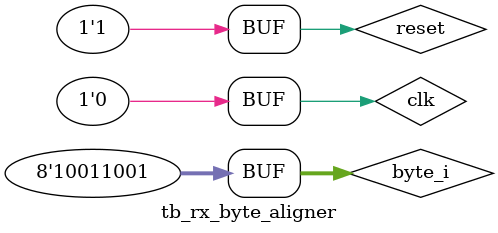
<source format=v>
`timescale 1ns/1ns

module tb_rx_byte_aligner;
	
	reg clk;
	reg reset;
	reg  [7:0]byte_i;
	wire [7:0]byte_o;
	wire synced;

wire reset_g;
GSR GSR_INST (.GSR (reset_g));
PUR PUR_INST (.PUR (reset_g)); 


mipi_rx_byte_aligner inst1(	.clk_i(clk),
						.reset_i(reset),
						.byte_i(byte_i),
						.byte_o(byte_o),
						.byte_valid_o(synced));
						
task sendbyte;
	input [7:0]byte;
	begin
	byte_i = byte;
	clk = 1'b1;
	#4
	clk = 1'b0;
	#4;
	end
endtask

initial begin
		clk = 1'b1;
		reset = 1'b1;
		clk = 1'b1;
		#4
		clk = 1'b0;
		#4;
		#50
		reset = 1'b0;
		sendbyte(8'h00);
		sendbyte(8'h00);
		sendbyte(8'h00);
		sendbyte(8'h00);
		sendbyte(8'h00);
		sendbyte(8'h77);  //B8 2B 11
		sendbyte(8'h25);
		sendbyte(8'h42);
		sendbyte(8'hCE);
		sendbyte(8'h22);
		sendbyte(8'h22);
		sendbyte(8'h22);
		sendbyte(8'h62);
		sendbyte(8'h30);
		sendbyte(8'h22);
		sendbyte(8'h02);
		reset = 1'h1;
		#5
		clk = 1'b1;
		#4
		clk = 1'b0;
		#4;
		#5
		clk = 1'b1;
		#4
		clk = 1'b0;
		#4;
		#50
		
		reset = 1'b0;
		sendbyte(8'h00);
		sendbyte(8'h00);
		sendbyte(8'h00);
		sendbyte(8'h00);
		sendbyte(8'h00);
		sendbyte(8'h70);  //B8 20 50 11
		sendbyte(8'h41);
		sendbyte(8'hA0);
		sendbyte(8'h22);
		sendbyte(8'h72);
		sendbyte(8'h22);
		sendbyte(8'h22);
		sendbyte(8'h22);
		sendbyte(8'h3A);
		sendbyte(8'h22);
		sendbyte(8'h22);
		reset = 1'h1;
		#5
		clk = 1'b1;
		#4
		clk = 1'b0;
		#4;
		#5
		clk = 1'b1;
		#4
		clk = 1'b0;
		#4;
		clk = 1'b1;
		#4
		clk = 1'b0;
		#4;
		#50
		reset = 1'b0;
		sendbyte(8'h00);
		sendbyte(8'h00);
		sendbyte(8'h00);
		sendbyte(8'h00);
		sendbyte(8'h00);
		sendbyte(8'h5C);  //B8 2A 11
		sendbyte(8'h95);
		sendbyte(8'h08);
		sendbyte(8'h1F);
		sendbyte(8'h08);
		sendbyte(8'h08);
		sendbyte(8'h88);
		sendbyte(8'h08);
		sendbyte(8'h17);
		sendbyte(8'h08);
		sendbyte(8'h08);
		reset = 1'h1;
		#5
		clk = 1'b1;
		#4
		clk = 1'b0;
		#4;
		#5
		clk = 1'b1;
		#4
		clk = 1'b0;
		#4;
		clk = 1'b1;
		#4
		clk = 1'b0;
		#4;
			#50
		reset = 1'b0;
		sendbyte(8'h00);
		sendbyte(8'h00);
		sendbyte(8'h00);
		sendbyte(8'h00);
		sendbyte(8'h00);
		sendbyte(8'h5C);	//B8 60 10
		sendbyte(8'h30);
		sendbyte(8'h88);
		sendbyte(8'h08);
		sendbyte(8'hA9);
		sendbyte(8'h88);
		sendbyte(8'h88);
		sendbyte(8'h08);
		sendbyte(8'h17);
		sendbyte(8'h08);
		sendbyte(8'h08);
		reset = 1'h1;
		#5
		clk = 1'b1;
		#4
		clk = 1'b0;
		#4;
		#5
		clk = 1'b1;
		#4
		clk = 1'b0;
		#4;
		clk = 1'b1;
		#4
		clk = 1'b0;
		#4;
			#50
		reset = 1'b0;
		sendbyte(8'h00);
		sendbyte(8'h00);
		sendbyte(8'h00);
		sendbyte(8'h00);
		sendbyte(8'h00);
		sendbyte(8'hE0); 	//B8 60 11
		sendbyte(8'h82);
		sendbyte(8'h45);
		sendbyte(8'h40);
		sendbyte(8'hC4);
		sendbyte(8'h45);
		sendbyte(8'h40);
		sendbyte(8'h08);
		sendbyte(8'h17);
		sendbyte(8'h08);
		sendbyte(8'h08);
		reset = 1'h1;	
			#5
		clk = 1'b1;
		#4
		clk = 1'b0;
		#4;
		#5
		clk = 1'b1;
		#4
		clk = 1'b0;
		#4;
		clk = 1'b1;
		#4
		clk = 1'b0;
		#4;
			#50
		reset = 1'b0;
		sendbyte(8'h00);
		sendbyte(8'h00);
		sendbyte(8'h00);
		sendbyte(8'h00);
		sendbyte(8'h00);
		sendbyte(8'hB8); 	//B8 60 11
		sendbyte(8'h60);
		sendbyte(8'h11);
		sendbyte(8'h22);
		sendbyte(8'h33);
		sendbyte(8'h44);
		sendbyte(8'h55);
		sendbyte(8'h66);
		sendbyte(8'h77);
		sendbyte(8'h88);
		sendbyte(8'h99);
		reset = 1'h1;	
		
		#5
		clk = 1'b1;
		#4
		clk = 1'b0;
		#4;
		clk = 1'b1;
		#4
		clk = 1'b0;
		#4;
		clk = 1'b1;
		#4
		clk = 1'b0;
		#4;
		#50;
end

endmodule
</source>
